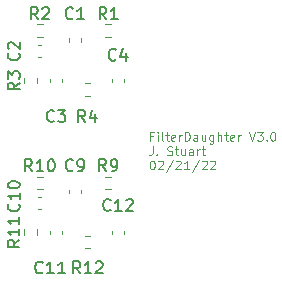
<source format=gto>
G04 #@! TF.GenerationSoftware,KiCad,Pcbnew,(6.0.0)*
G04 #@! TF.CreationDate,2022-02-22T08:31:50+01:00*
G04 #@! TF.ProjectId,FilterDaughterboard,46696c74-6572-4446-9175-676874657262,rev?*
G04 #@! TF.SameCoordinates,Original*
G04 #@! TF.FileFunction,Legend,Top*
G04 #@! TF.FilePolarity,Positive*
%FSLAX46Y46*%
G04 Gerber Fmt 4.6, Leading zero omitted, Abs format (unit mm)*
G04 Created by KiCad (PCBNEW (6.0.0)) date 2022-02-22 08:31:50*
%MOMM*%
%LPD*%
G01*
G04 APERTURE LIST*
%ADD10C,0.100000*%
%ADD11C,0.150000*%
%ADD12C,0.120000*%
G04 APERTURE END LIST*
D10*
X97793571Y-136738928D02*
X97543571Y-136738928D01*
X97543571Y-137131785D02*
X97543571Y-136381785D01*
X97900714Y-136381785D01*
X98186428Y-137131785D02*
X98186428Y-136631785D01*
X98186428Y-136381785D02*
X98150714Y-136417500D01*
X98186428Y-136453214D01*
X98222142Y-136417500D01*
X98186428Y-136381785D01*
X98186428Y-136453214D01*
X98650714Y-137131785D02*
X98579285Y-137096071D01*
X98543571Y-137024642D01*
X98543571Y-136381785D01*
X98829285Y-136631785D02*
X99115000Y-136631785D01*
X98936428Y-136381785D02*
X98936428Y-137024642D01*
X98972142Y-137096071D01*
X99043571Y-137131785D01*
X99115000Y-137131785D01*
X99650714Y-137096071D02*
X99579285Y-137131785D01*
X99436428Y-137131785D01*
X99365000Y-137096071D01*
X99329285Y-137024642D01*
X99329285Y-136738928D01*
X99365000Y-136667500D01*
X99436428Y-136631785D01*
X99579285Y-136631785D01*
X99650714Y-136667500D01*
X99686428Y-136738928D01*
X99686428Y-136810357D01*
X99329285Y-136881785D01*
X100007857Y-137131785D02*
X100007857Y-136631785D01*
X100007857Y-136774642D02*
X100043571Y-136703214D01*
X100079285Y-136667500D01*
X100150714Y-136631785D01*
X100222142Y-136631785D01*
X100472142Y-137131785D02*
X100472142Y-136381785D01*
X100650714Y-136381785D01*
X100757857Y-136417500D01*
X100829285Y-136488928D01*
X100865000Y-136560357D01*
X100900714Y-136703214D01*
X100900714Y-136810357D01*
X100865000Y-136953214D01*
X100829285Y-137024642D01*
X100757857Y-137096071D01*
X100650714Y-137131785D01*
X100472142Y-137131785D01*
X101543571Y-137131785D02*
X101543571Y-136738928D01*
X101507857Y-136667500D01*
X101436428Y-136631785D01*
X101293571Y-136631785D01*
X101222142Y-136667500D01*
X101543571Y-137096071D02*
X101472142Y-137131785D01*
X101293571Y-137131785D01*
X101222142Y-137096071D01*
X101186428Y-137024642D01*
X101186428Y-136953214D01*
X101222142Y-136881785D01*
X101293571Y-136846071D01*
X101472142Y-136846071D01*
X101543571Y-136810357D01*
X102222142Y-136631785D02*
X102222142Y-137131785D01*
X101900714Y-136631785D02*
X101900714Y-137024642D01*
X101936428Y-137096071D01*
X102007857Y-137131785D01*
X102115000Y-137131785D01*
X102186428Y-137096071D01*
X102222142Y-137060357D01*
X102900714Y-136631785D02*
X102900714Y-137238928D01*
X102865000Y-137310357D01*
X102829285Y-137346071D01*
X102757857Y-137381785D01*
X102650714Y-137381785D01*
X102579285Y-137346071D01*
X102900714Y-137096071D02*
X102829285Y-137131785D01*
X102686428Y-137131785D01*
X102615000Y-137096071D01*
X102579285Y-137060357D01*
X102543571Y-136988928D01*
X102543571Y-136774642D01*
X102579285Y-136703214D01*
X102615000Y-136667500D01*
X102686428Y-136631785D01*
X102829285Y-136631785D01*
X102900714Y-136667500D01*
X103257857Y-137131785D02*
X103257857Y-136381785D01*
X103579285Y-137131785D02*
X103579285Y-136738928D01*
X103543571Y-136667500D01*
X103472142Y-136631785D01*
X103365000Y-136631785D01*
X103293571Y-136667500D01*
X103257857Y-136703214D01*
X103829285Y-136631785D02*
X104115000Y-136631785D01*
X103936428Y-136381785D02*
X103936428Y-137024642D01*
X103972142Y-137096071D01*
X104043571Y-137131785D01*
X104115000Y-137131785D01*
X104650714Y-137096071D02*
X104579285Y-137131785D01*
X104436428Y-137131785D01*
X104365000Y-137096071D01*
X104329285Y-137024642D01*
X104329285Y-136738928D01*
X104365000Y-136667500D01*
X104436428Y-136631785D01*
X104579285Y-136631785D01*
X104650714Y-136667500D01*
X104686428Y-136738928D01*
X104686428Y-136810357D01*
X104329285Y-136881785D01*
X105007857Y-137131785D02*
X105007857Y-136631785D01*
X105007857Y-136774642D02*
X105043571Y-136703214D01*
X105079285Y-136667500D01*
X105150714Y-136631785D01*
X105222142Y-136631785D01*
X105936428Y-136381785D02*
X106186428Y-137131785D01*
X106436428Y-136381785D01*
X106615000Y-136381785D02*
X107079285Y-136381785D01*
X106829285Y-136667500D01*
X106936428Y-136667500D01*
X107007857Y-136703214D01*
X107043571Y-136738928D01*
X107079285Y-136810357D01*
X107079285Y-136988928D01*
X107043571Y-137060357D01*
X107007857Y-137096071D01*
X106936428Y-137131785D01*
X106722142Y-137131785D01*
X106650714Y-137096071D01*
X106615000Y-137060357D01*
X107400714Y-137060357D02*
X107436428Y-137096071D01*
X107400714Y-137131785D01*
X107365000Y-137096071D01*
X107400714Y-137060357D01*
X107400714Y-137131785D01*
X107900714Y-136381785D02*
X107972142Y-136381785D01*
X108043571Y-136417500D01*
X108079285Y-136453214D01*
X108115000Y-136524642D01*
X108150714Y-136667500D01*
X108150714Y-136846071D01*
X108115000Y-136988928D01*
X108079285Y-137060357D01*
X108043571Y-137096071D01*
X107972142Y-137131785D01*
X107900714Y-137131785D01*
X107829285Y-137096071D01*
X107793571Y-137060357D01*
X107757857Y-136988928D01*
X107722142Y-136846071D01*
X107722142Y-136667500D01*
X107757857Y-136524642D01*
X107793571Y-136453214D01*
X107829285Y-136417500D01*
X107900714Y-136381785D01*
X97757857Y-137589285D02*
X97757857Y-138125000D01*
X97722142Y-138232142D01*
X97650714Y-138303571D01*
X97543571Y-138339285D01*
X97472142Y-138339285D01*
X98115000Y-138267857D02*
X98150714Y-138303571D01*
X98115000Y-138339285D01*
X98079285Y-138303571D01*
X98115000Y-138267857D01*
X98115000Y-138339285D01*
X99007857Y-138303571D02*
X99115000Y-138339285D01*
X99293571Y-138339285D01*
X99365000Y-138303571D01*
X99400714Y-138267857D01*
X99436428Y-138196428D01*
X99436428Y-138125000D01*
X99400714Y-138053571D01*
X99365000Y-138017857D01*
X99293571Y-137982142D01*
X99150714Y-137946428D01*
X99079285Y-137910714D01*
X99043571Y-137875000D01*
X99007857Y-137803571D01*
X99007857Y-137732142D01*
X99043571Y-137660714D01*
X99079285Y-137625000D01*
X99150714Y-137589285D01*
X99329285Y-137589285D01*
X99436428Y-137625000D01*
X99650714Y-137839285D02*
X99936428Y-137839285D01*
X99757857Y-137589285D02*
X99757857Y-138232142D01*
X99793571Y-138303571D01*
X99865000Y-138339285D01*
X99936428Y-138339285D01*
X100507857Y-137839285D02*
X100507857Y-138339285D01*
X100186428Y-137839285D02*
X100186428Y-138232142D01*
X100222142Y-138303571D01*
X100293571Y-138339285D01*
X100400714Y-138339285D01*
X100472142Y-138303571D01*
X100507857Y-138267857D01*
X101186428Y-138339285D02*
X101186428Y-137946428D01*
X101150714Y-137875000D01*
X101079285Y-137839285D01*
X100936428Y-137839285D01*
X100865000Y-137875000D01*
X101186428Y-138303571D02*
X101115000Y-138339285D01*
X100936428Y-138339285D01*
X100865000Y-138303571D01*
X100829285Y-138232142D01*
X100829285Y-138160714D01*
X100865000Y-138089285D01*
X100936428Y-138053571D01*
X101115000Y-138053571D01*
X101186428Y-138017857D01*
X101543571Y-138339285D02*
X101543571Y-137839285D01*
X101543571Y-137982142D02*
X101579285Y-137910714D01*
X101615000Y-137875000D01*
X101686428Y-137839285D01*
X101757857Y-137839285D01*
X101900714Y-137839285D02*
X102186428Y-137839285D01*
X102007857Y-137589285D02*
X102007857Y-138232142D01*
X102043571Y-138303571D01*
X102115000Y-138339285D01*
X102186428Y-138339285D01*
X97686428Y-138796785D02*
X97757857Y-138796785D01*
X97829285Y-138832500D01*
X97865000Y-138868214D01*
X97900714Y-138939642D01*
X97936428Y-139082500D01*
X97936428Y-139261071D01*
X97900714Y-139403928D01*
X97865000Y-139475357D01*
X97829285Y-139511071D01*
X97757857Y-139546785D01*
X97686428Y-139546785D01*
X97615000Y-139511071D01*
X97579285Y-139475357D01*
X97543571Y-139403928D01*
X97507857Y-139261071D01*
X97507857Y-139082500D01*
X97543571Y-138939642D01*
X97579285Y-138868214D01*
X97615000Y-138832500D01*
X97686428Y-138796785D01*
X98222142Y-138868214D02*
X98257857Y-138832500D01*
X98329285Y-138796785D01*
X98507857Y-138796785D01*
X98579285Y-138832500D01*
X98615000Y-138868214D01*
X98650714Y-138939642D01*
X98650714Y-139011071D01*
X98615000Y-139118214D01*
X98186428Y-139546785D01*
X98650714Y-139546785D01*
X99507857Y-138761071D02*
X98865000Y-139725357D01*
X99722142Y-138868214D02*
X99757857Y-138832500D01*
X99829285Y-138796785D01*
X100007857Y-138796785D01*
X100079285Y-138832500D01*
X100115000Y-138868214D01*
X100150714Y-138939642D01*
X100150714Y-139011071D01*
X100115000Y-139118214D01*
X99686428Y-139546785D01*
X100150714Y-139546785D01*
X100865000Y-139546785D02*
X100436428Y-139546785D01*
X100650714Y-139546785D02*
X100650714Y-138796785D01*
X100579285Y-138903928D01*
X100507857Y-138975357D01*
X100436428Y-139011071D01*
X101722142Y-138761071D02*
X101079285Y-139725357D01*
X101936428Y-138868214D02*
X101972142Y-138832500D01*
X102043571Y-138796785D01*
X102222142Y-138796785D01*
X102293571Y-138832500D01*
X102329285Y-138868214D01*
X102365000Y-138939642D01*
X102365000Y-139011071D01*
X102329285Y-139118214D01*
X101900714Y-139546785D01*
X102365000Y-139546785D01*
X102650714Y-138868214D02*
X102686428Y-138832500D01*
X102757857Y-138796785D01*
X102936428Y-138796785D01*
X103007857Y-138832500D01*
X103043571Y-138868214D01*
X103079285Y-138939642D01*
X103079285Y-139011071D01*
X103043571Y-139118214D01*
X102615000Y-139546785D01*
X103079285Y-139546785D01*
D11*
X89403333Y-135417142D02*
X89355714Y-135464761D01*
X89212857Y-135512380D01*
X89117619Y-135512380D01*
X88974761Y-135464761D01*
X88879523Y-135369523D01*
X88831904Y-135274285D01*
X88784285Y-135083809D01*
X88784285Y-134940952D01*
X88831904Y-134750476D01*
X88879523Y-134655238D01*
X88974761Y-134560000D01*
X89117619Y-134512380D01*
X89212857Y-134512380D01*
X89355714Y-134560000D01*
X89403333Y-134607619D01*
X89736666Y-134512380D02*
X90355714Y-134512380D01*
X90022380Y-134893333D01*
X90165238Y-134893333D01*
X90260476Y-134940952D01*
X90308095Y-134988571D01*
X90355714Y-135083809D01*
X90355714Y-135321904D01*
X90308095Y-135417142D01*
X90260476Y-135464761D01*
X90165238Y-135512380D01*
X89879523Y-135512380D01*
X89784285Y-135464761D01*
X89736666Y-135417142D01*
X94197142Y-142977142D02*
X94149523Y-143024761D01*
X94006666Y-143072380D01*
X93911428Y-143072380D01*
X93768571Y-143024761D01*
X93673333Y-142929523D01*
X93625714Y-142834285D01*
X93578095Y-142643809D01*
X93578095Y-142500952D01*
X93625714Y-142310476D01*
X93673333Y-142215238D01*
X93768571Y-142120000D01*
X93911428Y-142072380D01*
X94006666Y-142072380D01*
X94149523Y-142120000D01*
X94197142Y-142167619D01*
X95149523Y-143072380D02*
X94578095Y-143072380D01*
X94863809Y-143072380D02*
X94863809Y-142072380D01*
X94768571Y-142215238D01*
X94673333Y-142310476D01*
X94578095Y-142358095D01*
X95530476Y-142167619D02*
X95578095Y-142120000D01*
X95673333Y-142072380D01*
X95911428Y-142072380D01*
X96006666Y-142120000D01*
X96054285Y-142167619D01*
X96101904Y-142262857D01*
X96101904Y-142358095D01*
X96054285Y-142500952D01*
X95482857Y-143072380D01*
X96101904Y-143072380D01*
X88043333Y-126832380D02*
X87710000Y-126356190D01*
X87471904Y-126832380D02*
X87471904Y-125832380D01*
X87852857Y-125832380D01*
X87948095Y-125880000D01*
X87995714Y-125927619D01*
X88043333Y-126022857D01*
X88043333Y-126165714D01*
X87995714Y-126260952D01*
X87948095Y-126308571D01*
X87852857Y-126356190D01*
X87471904Y-126356190D01*
X88424285Y-125927619D02*
X88471904Y-125880000D01*
X88567142Y-125832380D01*
X88805238Y-125832380D01*
X88900476Y-125880000D01*
X88948095Y-125927619D01*
X88995714Y-126022857D01*
X88995714Y-126118095D01*
X88948095Y-126260952D01*
X88376666Y-126832380D01*
X88995714Y-126832380D01*
X86502380Y-132206666D02*
X86026190Y-132540000D01*
X86502380Y-132778095D02*
X85502380Y-132778095D01*
X85502380Y-132397142D01*
X85550000Y-132301904D01*
X85597619Y-132254285D01*
X85692857Y-132206666D01*
X85835714Y-132206666D01*
X85930952Y-132254285D01*
X85978571Y-132301904D01*
X86026190Y-132397142D01*
X86026190Y-132778095D01*
X85502380Y-131873333D02*
X85502380Y-131254285D01*
X85883333Y-131587619D01*
X85883333Y-131444761D01*
X85930952Y-131349523D01*
X85978571Y-131301904D01*
X86073809Y-131254285D01*
X86311904Y-131254285D01*
X86407142Y-131301904D01*
X86454761Y-131349523D01*
X86502380Y-131444761D01*
X86502380Y-131730476D01*
X86454761Y-131825714D01*
X86407142Y-131873333D01*
X92043333Y-135532380D02*
X91710000Y-135056190D01*
X91471904Y-135532380D02*
X91471904Y-134532380D01*
X91852857Y-134532380D01*
X91948095Y-134580000D01*
X91995714Y-134627619D01*
X92043333Y-134722857D01*
X92043333Y-134865714D01*
X91995714Y-134960952D01*
X91948095Y-135008571D01*
X91852857Y-135056190D01*
X91471904Y-135056190D01*
X92900476Y-134865714D02*
X92900476Y-135532380D01*
X92662380Y-134484761D02*
X92424285Y-135199047D01*
X93043333Y-135199047D01*
X91617142Y-148342380D02*
X91283809Y-147866190D01*
X91045714Y-148342380D02*
X91045714Y-147342380D01*
X91426666Y-147342380D01*
X91521904Y-147390000D01*
X91569523Y-147437619D01*
X91617142Y-147532857D01*
X91617142Y-147675714D01*
X91569523Y-147770952D01*
X91521904Y-147818571D01*
X91426666Y-147866190D01*
X91045714Y-147866190D01*
X92569523Y-148342380D02*
X91998095Y-148342380D01*
X92283809Y-148342380D02*
X92283809Y-147342380D01*
X92188571Y-147485238D01*
X92093333Y-147580476D01*
X91998095Y-147628095D01*
X92950476Y-147437619D02*
X92998095Y-147390000D01*
X93093333Y-147342380D01*
X93331428Y-147342380D01*
X93426666Y-147390000D01*
X93474285Y-147437619D01*
X93521904Y-147532857D01*
X93521904Y-147628095D01*
X93474285Y-147770952D01*
X92902857Y-148342380D01*
X93521904Y-148342380D01*
X86482380Y-145512857D02*
X86006190Y-145846190D01*
X86482380Y-146084285D02*
X85482380Y-146084285D01*
X85482380Y-145703333D01*
X85530000Y-145608095D01*
X85577619Y-145560476D01*
X85672857Y-145512857D01*
X85815714Y-145512857D01*
X85910952Y-145560476D01*
X85958571Y-145608095D01*
X86006190Y-145703333D01*
X86006190Y-146084285D01*
X86482380Y-144560476D02*
X86482380Y-145131904D01*
X86482380Y-144846190D02*
X85482380Y-144846190D01*
X85625238Y-144941428D01*
X85720476Y-145036666D01*
X85768095Y-145131904D01*
X86482380Y-143608095D02*
X86482380Y-144179523D01*
X86482380Y-143893809D02*
X85482380Y-143893809D01*
X85625238Y-143989047D01*
X85720476Y-144084285D01*
X85768095Y-144179523D01*
X87547142Y-139702380D02*
X87213809Y-139226190D01*
X86975714Y-139702380D02*
X86975714Y-138702380D01*
X87356666Y-138702380D01*
X87451904Y-138750000D01*
X87499523Y-138797619D01*
X87547142Y-138892857D01*
X87547142Y-139035714D01*
X87499523Y-139130952D01*
X87451904Y-139178571D01*
X87356666Y-139226190D01*
X86975714Y-139226190D01*
X88499523Y-139702380D02*
X87928095Y-139702380D01*
X88213809Y-139702380D02*
X88213809Y-138702380D01*
X88118571Y-138845238D01*
X88023333Y-138940476D01*
X87928095Y-138988095D01*
X89118571Y-138702380D02*
X89213809Y-138702380D01*
X89309047Y-138750000D01*
X89356666Y-138797619D01*
X89404285Y-138892857D01*
X89451904Y-139083333D01*
X89451904Y-139321428D01*
X89404285Y-139511904D01*
X89356666Y-139607142D01*
X89309047Y-139654761D01*
X89213809Y-139702380D01*
X89118571Y-139702380D01*
X89023333Y-139654761D01*
X88975714Y-139607142D01*
X88928095Y-139511904D01*
X88880476Y-139321428D01*
X88880476Y-139083333D01*
X88928095Y-138892857D01*
X88975714Y-138797619D01*
X89023333Y-138750000D01*
X89118571Y-138702380D01*
X88437142Y-148257142D02*
X88389523Y-148304761D01*
X88246666Y-148352380D01*
X88151428Y-148352380D01*
X88008571Y-148304761D01*
X87913333Y-148209523D01*
X87865714Y-148114285D01*
X87818095Y-147923809D01*
X87818095Y-147780952D01*
X87865714Y-147590476D01*
X87913333Y-147495238D01*
X88008571Y-147400000D01*
X88151428Y-147352380D01*
X88246666Y-147352380D01*
X88389523Y-147400000D01*
X88437142Y-147447619D01*
X89389523Y-148352380D02*
X88818095Y-148352380D01*
X89103809Y-148352380D02*
X89103809Y-147352380D01*
X89008571Y-147495238D01*
X88913333Y-147590476D01*
X88818095Y-147638095D01*
X90341904Y-148352380D02*
X89770476Y-148352380D01*
X90056190Y-148352380D02*
X90056190Y-147352380D01*
X89960952Y-147495238D01*
X89865714Y-147590476D01*
X89770476Y-147638095D01*
X86407142Y-129706666D02*
X86454761Y-129754285D01*
X86502380Y-129897142D01*
X86502380Y-129992380D01*
X86454761Y-130135238D01*
X86359523Y-130230476D01*
X86264285Y-130278095D01*
X86073809Y-130325714D01*
X85930952Y-130325714D01*
X85740476Y-130278095D01*
X85645238Y-130230476D01*
X85550000Y-130135238D01*
X85502380Y-129992380D01*
X85502380Y-129897142D01*
X85550000Y-129754285D01*
X85597619Y-129706666D01*
X85597619Y-129325714D02*
X85550000Y-129278095D01*
X85502380Y-129182857D01*
X85502380Y-128944761D01*
X85550000Y-128849523D01*
X85597619Y-128801904D01*
X85692857Y-128754285D01*
X85788095Y-128754285D01*
X85930952Y-128801904D01*
X86502380Y-129373333D01*
X86502380Y-128754285D01*
X93813333Y-139682380D02*
X93480000Y-139206190D01*
X93241904Y-139682380D02*
X93241904Y-138682380D01*
X93622857Y-138682380D01*
X93718095Y-138730000D01*
X93765714Y-138777619D01*
X93813333Y-138872857D01*
X93813333Y-139015714D01*
X93765714Y-139110952D01*
X93718095Y-139158571D01*
X93622857Y-139206190D01*
X93241904Y-139206190D01*
X94289523Y-139682380D02*
X94480000Y-139682380D01*
X94575238Y-139634761D01*
X94622857Y-139587142D01*
X94718095Y-139444285D01*
X94765714Y-139253809D01*
X94765714Y-138872857D01*
X94718095Y-138777619D01*
X94670476Y-138730000D01*
X94575238Y-138682380D01*
X94384761Y-138682380D01*
X94289523Y-138730000D01*
X94241904Y-138777619D01*
X94194285Y-138872857D01*
X94194285Y-139110952D01*
X94241904Y-139206190D01*
X94289523Y-139253809D01*
X94384761Y-139301428D01*
X94575238Y-139301428D01*
X94670476Y-139253809D01*
X94718095Y-139206190D01*
X94765714Y-139110952D01*
X91003333Y-126737142D02*
X90955714Y-126784761D01*
X90812857Y-126832380D01*
X90717619Y-126832380D01*
X90574761Y-126784761D01*
X90479523Y-126689523D01*
X90431904Y-126594285D01*
X90384285Y-126403809D01*
X90384285Y-126260952D01*
X90431904Y-126070476D01*
X90479523Y-125975238D01*
X90574761Y-125880000D01*
X90717619Y-125832380D01*
X90812857Y-125832380D01*
X90955714Y-125880000D01*
X91003333Y-125927619D01*
X91955714Y-126832380D02*
X91384285Y-126832380D01*
X91670000Y-126832380D02*
X91670000Y-125832380D01*
X91574761Y-125975238D01*
X91479523Y-126070476D01*
X91384285Y-126118095D01*
X93833333Y-126832380D02*
X93500000Y-126356190D01*
X93261904Y-126832380D02*
X93261904Y-125832380D01*
X93642857Y-125832380D01*
X93738095Y-125880000D01*
X93785714Y-125927619D01*
X93833333Y-126022857D01*
X93833333Y-126165714D01*
X93785714Y-126260952D01*
X93738095Y-126308571D01*
X93642857Y-126356190D01*
X93261904Y-126356190D01*
X94785714Y-126832380D02*
X94214285Y-126832380D01*
X94500000Y-126832380D02*
X94500000Y-125832380D01*
X94404761Y-125975238D01*
X94309523Y-126070476D01*
X94214285Y-126118095D01*
X94643333Y-130237142D02*
X94595714Y-130284761D01*
X94452857Y-130332380D01*
X94357619Y-130332380D01*
X94214761Y-130284761D01*
X94119523Y-130189523D01*
X94071904Y-130094285D01*
X94024285Y-129903809D01*
X94024285Y-129760952D01*
X94071904Y-129570476D01*
X94119523Y-129475238D01*
X94214761Y-129380000D01*
X94357619Y-129332380D01*
X94452857Y-129332380D01*
X94595714Y-129380000D01*
X94643333Y-129427619D01*
X95500476Y-129665714D02*
X95500476Y-130332380D01*
X95262380Y-129284761D02*
X95024285Y-129999047D01*
X95643333Y-129999047D01*
X91003333Y-139597142D02*
X90955714Y-139644761D01*
X90812857Y-139692380D01*
X90717619Y-139692380D01*
X90574761Y-139644761D01*
X90479523Y-139549523D01*
X90431904Y-139454285D01*
X90384285Y-139263809D01*
X90384285Y-139120952D01*
X90431904Y-138930476D01*
X90479523Y-138835238D01*
X90574761Y-138740000D01*
X90717619Y-138692380D01*
X90812857Y-138692380D01*
X90955714Y-138740000D01*
X91003333Y-138787619D01*
X91479523Y-139692380D02*
X91670000Y-139692380D01*
X91765238Y-139644761D01*
X91812857Y-139597142D01*
X91908095Y-139454285D01*
X91955714Y-139263809D01*
X91955714Y-138882857D01*
X91908095Y-138787619D01*
X91860476Y-138740000D01*
X91765238Y-138692380D01*
X91574761Y-138692380D01*
X91479523Y-138740000D01*
X91431904Y-138787619D01*
X91384285Y-138882857D01*
X91384285Y-139120952D01*
X91431904Y-139216190D01*
X91479523Y-139263809D01*
X91574761Y-139311428D01*
X91765238Y-139311428D01*
X91860476Y-139263809D01*
X91908095Y-139216190D01*
X91955714Y-139120952D01*
X86407142Y-142472857D02*
X86454761Y-142520476D01*
X86502380Y-142663333D01*
X86502380Y-142758571D01*
X86454761Y-142901428D01*
X86359523Y-142996666D01*
X86264285Y-143044285D01*
X86073809Y-143091904D01*
X85930952Y-143091904D01*
X85740476Y-143044285D01*
X85645238Y-142996666D01*
X85550000Y-142901428D01*
X85502380Y-142758571D01*
X85502380Y-142663333D01*
X85550000Y-142520476D01*
X85597619Y-142472857D01*
X86502380Y-141520476D02*
X86502380Y-142091904D01*
X86502380Y-141806190D02*
X85502380Y-141806190D01*
X85645238Y-141901428D01*
X85740476Y-141996666D01*
X85788095Y-142091904D01*
X85502380Y-140901428D02*
X85502380Y-140806190D01*
X85550000Y-140710952D01*
X85597619Y-140663333D01*
X85692857Y-140615714D01*
X85883333Y-140568095D01*
X86121428Y-140568095D01*
X86311904Y-140615714D01*
X86407142Y-140663333D01*
X86454761Y-140710952D01*
X86502380Y-140806190D01*
X86502380Y-140901428D01*
X86454761Y-140996666D01*
X86407142Y-141044285D01*
X86311904Y-141091904D01*
X86121428Y-141139523D01*
X85883333Y-141139523D01*
X85692857Y-141091904D01*
X85597619Y-141044285D01*
X85550000Y-140996666D01*
X85502380Y-140901428D01*
D12*
X90080000Y-132150580D02*
X90080000Y-131869420D01*
X89060000Y-132150580D02*
X89060000Y-131869420D01*
X94330000Y-145030580D02*
X94330000Y-144749420D01*
X95350000Y-145030580D02*
X95350000Y-144749420D01*
X87972742Y-128322500D02*
X88447258Y-128322500D01*
X87972742Y-127277500D02*
X88447258Y-127277500D01*
X87942500Y-132247258D02*
X87942500Y-131772742D01*
X86897500Y-132247258D02*
X86897500Y-131772742D01*
X92467258Y-133312500D02*
X91992742Y-133312500D01*
X92467258Y-132267500D02*
X91992742Y-132267500D01*
X92022742Y-146212500D02*
X92497258Y-146212500D01*
X92022742Y-145167500D02*
X92497258Y-145167500D01*
X87952500Y-144632742D02*
X87952500Y-145107258D01*
X86907500Y-144632742D02*
X86907500Y-145107258D01*
X88447258Y-140147500D02*
X87972742Y-140147500D01*
X88447258Y-141192500D02*
X87972742Y-141192500D01*
X90100000Y-145030580D02*
X90100000Y-144749420D01*
X89080000Y-145030580D02*
X89080000Y-144749420D01*
X88049420Y-129030000D02*
X88330580Y-129030000D01*
X88049420Y-130050000D02*
X88330580Y-130050000D01*
X94227258Y-140147500D02*
X93752742Y-140147500D01*
X94227258Y-141192500D02*
X93752742Y-141192500D01*
X90670000Y-128439420D02*
X90670000Y-128720580D01*
X91690000Y-128439420D02*
X91690000Y-128720580D01*
X93762742Y-127277500D02*
X94237258Y-127277500D01*
X93762742Y-128322500D02*
X94237258Y-128322500D01*
X95320000Y-132170580D02*
X95320000Y-131889420D01*
X94300000Y-132170580D02*
X94300000Y-131889420D01*
X91680000Y-141289420D02*
X91680000Y-141570580D01*
X90660000Y-141289420D02*
X90660000Y-141570580D01*
X88059420Y-142900000D02*
X88340580Y-142900000D01*
X88059420Y-141880000D02*
X88340580Y-141880000D01*
M02*

</source>
